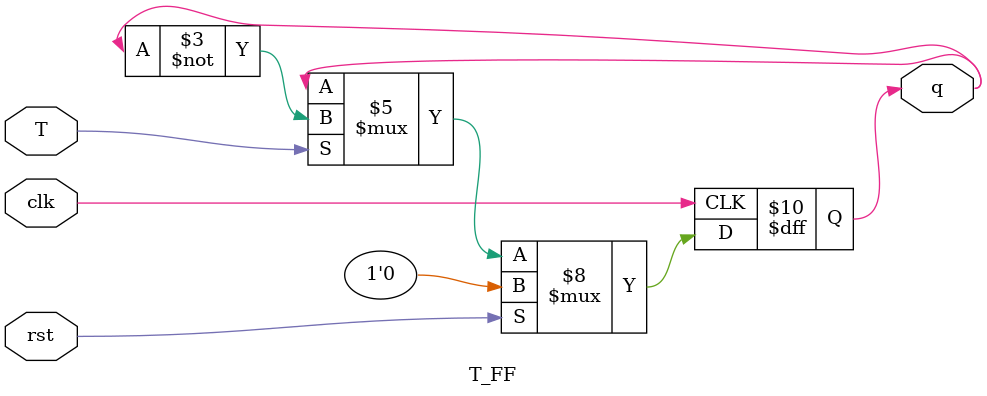
<source format=v>
`timescale 1ns / 1ps
module Asynch_counter(clk,rst,T,q);
   input clk,rst,T;
   output [3:0]q;
	
   T_FF t1(clk,rst,T,q[0]);
   T_FF t2(~q[0],rst,T,q[1]);
   T_FF t3(~q[1],rst,T,q[2]);
   T_FF t4(~q[2],rst,T,q[3]);
endmodule

module T_FF(clk,rst,T,q);
  input clk,T,rst;
  output reg q;
  always @(posedge clk)
    begin
	  if(rst)
	    q<=0;
	  else if(T==1'b1)
	    q<=~q;
	  else
	    q<=q;
	end
endmodule

</source>
